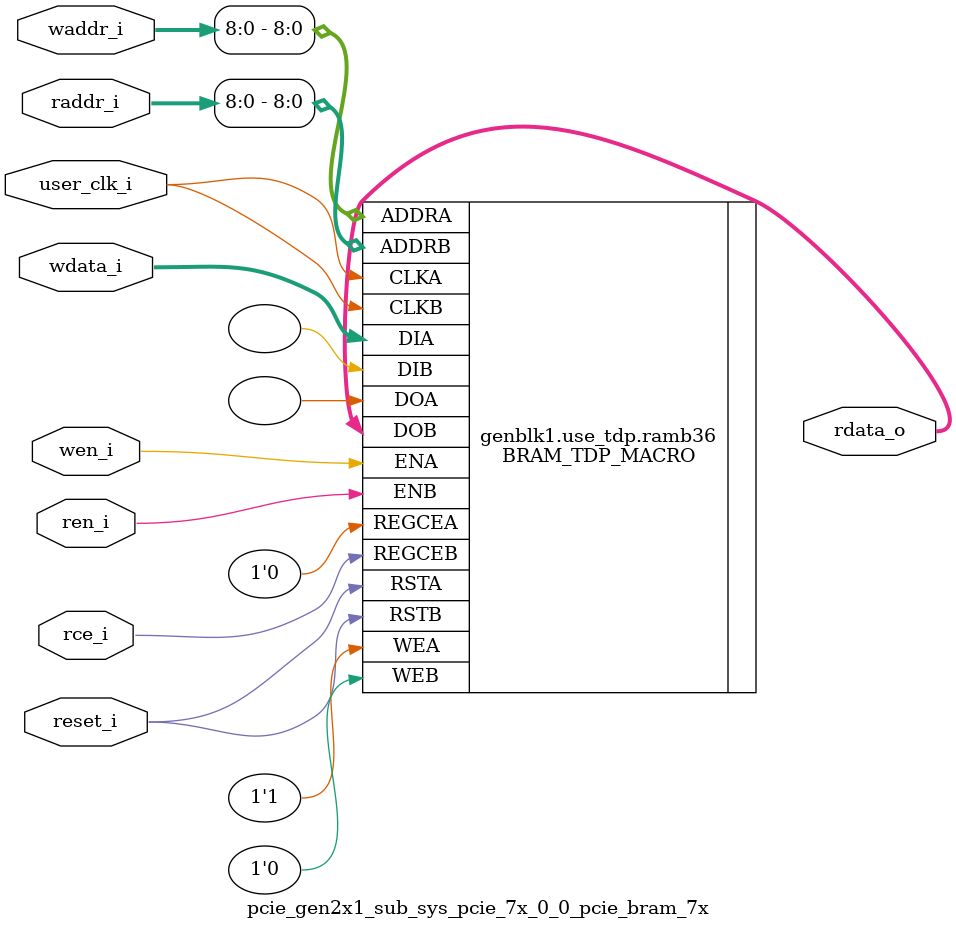
<source format=v>

`timescale 1ps/1ps

(* DowngradeIPIdentifiedWarnings = "yes" *)
module pcie_gen2x1_sub_sys_pcie_7x_0_0_pcie_bram_7x
  #(
    parameter [3:0]  LINK_CAP_MAX_LINK_SPEED = 4'h1,        // PCIe Link Speed : 1 - 2.5 GT/s; 2 - 5.0 GT/s
    parameter [5:0]  LINK_CAP_MAX_LINK_WIDTH = 6'h08,       // PCIe Link Width : 1 / 2 / 4 / 8
    parameter IMPL_TARGET = "HARD",                         // the implementation target : HARD, SOFT
    parameter DOB_REG = 0,                                  // 1 - use the output register;
                                                            // 0 - don't use the output register
    parameter WIDTH = 0                                     // supported WIDTH's : 4, 9, 18, 36 - uses RAMB36
                                                            //                     72 - uses RAMB36SDP
    )
    (
     input               user_clk_i,// user clock
     input               reset_i,   // bram reset

     input               wen_i,     // write enable
     input [12:0]        waddr_i,   // write address
     input [WIDTH - 1:0] wdata_i,   // write data

     input               ren_i,     // read enable
     input               rce_i,     // output register clock enable
     input [12:0]        raddr_i,   // read address

     output [WIDTH - 1:0] rdata_o   // read data
     );

   // map the address bits
   localparam ADDR_MSB = ((WIDTH == 4)  ? 12 :
                          (WIDTH == 9)  ? 11 :
                          (WIDTH == 18) ? 10 :
                          (WIDTH == 36) ?  9 :
                                           8
                          );

   // set the width of the tied off low address bits
   localparam ADDR_LO_BITS = ((WIDTH == 4)  ? 2 :
                              (WIDTH == 9)  ? 3 :
                              (WIDTH == 18) ? 4 :
                              (WIDTH == 36) ? 5 :
                                              0 // for WIDTH 72 use RAMB36SDP
                              );

   // map the data bits
   localparam D_MSB =  ((WIDTH == 4)  ?  3 :
                        (WIDTH == 9)  ?  7 :
                        (WIDTH == 18) ? 15 :
                        (WIDTH == 36) ? 31 :
                                        63
                        );

   // map the data parity bits
   localparam DP_LSB =  D_MSB + 1;

   localparam DP_MSB =  ((WIDTH == 4)  ? 4 :
                         (WIDTH == 9)  ? 8 :
                         (WIDTH == 18) ? 17 :
                         (WIDTH == 36) ? 35 :
                                         71
                        );

   localparam DPW = DP_MSB - DP_LSB + 1;
   localparam WRITE_MODE = ((WIDTH == 72) && (!((LINK_CAP_MAX_LINK_SPEED == 4'h2) && (LINK_CAP_MAX_LINK_WIDTH == 6'h08)))) ? "WRITE_FIRST" :
                           ((LINK_CAP_MAX_LINK_SPEED == 4'h2) && (LINK_CAP_MAX_LINK_WIDTH == 6'h08)) ? "WRITE_FIRST" : "NO_CHANGE";

   localparam DEVICE = (IMPL_TARGET == "HARD") ? "7SERIES" : "VIRTEX6";
   localparam BRAM_SIZE = "36Kb";

   localparam WE_WIDTH =(DEVICE == "VIRTEX5" || DEVICE == "VIRTEX6" || DEVICE == "7SERIES") ?
                            ((WIDTH <= 9) ? 1 :
                             (WIDTH > 9 && WIDTH <= 18) ? 2 :
                             (WIDTH > 18 && WIDTH <= 36) ? 4 :
                             (WIDTH > 36 && WIDTH <= 72) ? 8 :
                             (BRAM_SIZE == "18Kb") ? 4 : 8 ) : 8;

   //synthesis translate_off
   initial begin
      //$display("[%t] %m DOB_REG %0d WIDTH %0d ADDR_MSB %0d ADDR_LO_BITS %0d DP_MSB %0d DP_LSB %0d D_MSB %0d",
      //          $time, DOB_REG,   WIDTH,    ADDR_MSB,    ADDR_LO_BITS,    DP_MSB,    DP_LSB,    D_MSB);

      case (WIDTH)
        4,9,18,36,72:;
        default:
          begin
             $display("[%t] %m Error WIDTH %0d not supported", $time, WIDTH);
             $finish;
          end
      endcase // case (WIDTH)
   end
   //synthesis translate_on

   generate
   if ((LINK_CAP_MAX_LINK_WIDTH == 6'h08 && LINK_CAP_MAX_LINK_SPEED == 4'h2) || (WIDTH == 72)) begin : use_sdp
        BRAM_SDP_MACRO #(
               .DEVICE        (DEVICE),
               .BRAM_SIZE     (BRAM_SIZE),
               .DO_REG        (DOB_REG),
               .READ_WIDTH    (WIDTH),
               .WRITE_WIDTH   (WIDTH),
               .WRITE_MODE    (WRITE_MODE)
               )
        ramb36sdp(
               .DO             (rdata_o[WIDTH-1:0]),
               .DI             (wdata_i[WIDTH-1:0]),
               .RDADDR         (raddr_i[ADDR_MSB:0]),
               .RDCLK          (user_clk_i),
               .RDEN           (ren_i),
               .REGCE          (rce_i),
               .RST            (reset_i),
               .WE             ({WE_WIDTH{1'b1}}),
               .WRADDR         (waddr_i[ADDR_MSB:0]),
               .WRCLK          (user_clk_i),
               .WREN           (wen_i)
               );

    end  // block: use_sdp
    else if (WIDTH <= 36) begin : use_tdp
    // use RAMB36's if the width is 4, 9, 18, or 36
        BRAM_TDP_MACRO #(
               .DEVICE        (DEVICE),
               .BRAM_SIZE     (BRAM_SIZE),
               .DOA_REG       (0),
               .DOB_REG       (DOB_REG),
               .READ_WIDTH_A  (WIDTH),
               .READ_WIDTH_B  (WIDTH),
               .WRITE_WIDTH_A (WIDTH),
               .WRITE_WIDTH_B (WIDTH),
               .WRITE_MODE_A  (WRITE_MODE)
               )
        ramb36(
               .DOA            (),
               .DOB            (rdata_o[WIDTH-1:0]),
               .ADDRA          (waddr_i[ADDR_MSB:0]),
               .ADDRB          (raddr_i[ADDR_MSB:0]),
               .CLKA           (user_clk_i),
               .CLKB           (user_clk_i),
               .DIA            (wdata_i[WIDTH-1:0]),
               .DIB            ({WIDTH{1'b0}}),
               .ENA            (wen_i),
               .ENB            (ren_i),
               .REGCEA         (1'b0),
               .REGCEB         (rce_i),
               .RSTA           (reset_i),
               .RSTB           (reset_i),
               .WEA            ({WE_WIDTH{1'b1}}),
               .WEB            ({WE_WIDTH{1'b0}})
               );
   end // block: use_tdp
   endgenerate

endmodule // pcie_bram_7x


</source>
